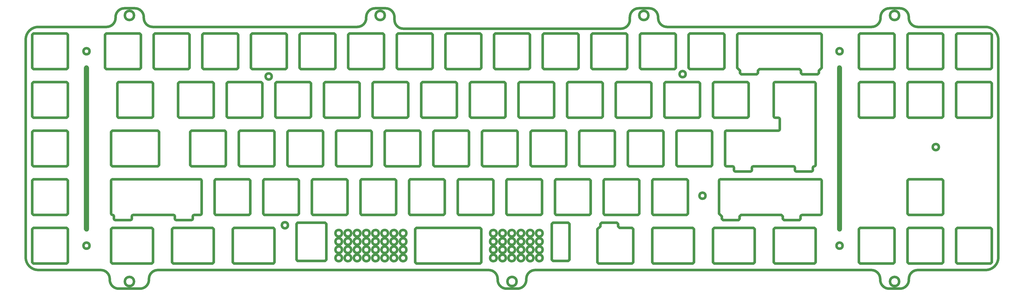
<source format=gbr>
%TF.GenerationSoftware,KiCad,Pcbnew,7.0.5*%
%TF.CreationDate,2023-07-12T22:14:23+02:00*%
%TF.ProjectId,Foundation_Universal,466f756e-6461-4746-996f-6e5f556e6976,rev?*%
%TF.SameCoordinates,Original*%
%TF.FileFunction,Soldermask,Bot*%
%TF.FilePolarity,Negative*%
%FSLAX46Y46*%
G04 Gerber Fmt 4.6, Leading zero omitted, Abs format (unit mm)*
G04 Created by KiCad (PCBNEW 7.0.5) date 2023-07-12 22:14:23*
%MOMM*%
%LPD*%
G01*
G04 APERTURE LIST*
%ADD10C,1.000000*%
G04 APERTURE END LIST*
D10*
X197368615Y144120000D02*
G75*
G03*
X197368615Y144120000I-1800000J0D01*
G01*
X197368615Y39820000D02*
G75*
G03*
X197368615Y39820000I-1800000J0D01*
G01*
X99137055Y144120000D02*
G75*
G03*
X99137055Y144120000I-1800000J0D01*
G01*
X-48427225Y120193213D02*
G75*
G03*
X-48427225Y120193213I-1200000J0D01*
G01*
X-42065200Y61878919D02*
G75*
G03*
X-42065200Y61878919I-1200000J0D01*
G01*
X121518040Y73446302D02*
G75*
G03*
X121518040Y73446302I-1200000J0D01*
G01*
X113730473Y121101496D02*
G75*
G03*
X113730473Y121101496I-1200000J0D01*
G01*
X46880300Y49057357D02*
G75*
G03*
X46880300Y49057357I-1287763J0D01*
G01*
X57691518Y52281755D02*
G75*
G03*
X57691518Y52281755I-1287763J0D01*
G01*
X43286543Y52281755D02*
G75*
G03*
X43286543Y52281755I-1287763J0D01*
G01*
X46880300Y55506153D02*
G75*
G03*
X46880300Y55506153I-1287763J0D01*
G01*
X57691518Y58740534D02*
G75*
G03*
X57691518Y58740534I-1287763J0D01*
G01*
X43286543Y58740534D02*
G75*
G03*
X43286543Y58740534I-1287763J0D01*
G01*
X-13694465Y49057357D02*
G75*
G03*
X-13694465Y49057357I-1287763J0D01*
G01*
X720492Y49057357D02*
G75*
G03*
X720492Y49057357I-1287763J0D01*
G01*
X-2883248Y52281755D02*
G75*
G03*
X-2883248Y52281755I-1287762J0D01*
G01*
X-17298205Y52281755D02*
G75*
G03*
X-17298205Y52281755I-1287763J0D01*
G01*
X-13694465Y55506153D02*
G75*
G03*
X-13694465Y55506153I-1287763J0D01*
G01*
X720492Y55506153D02*
G75*
G03*
X720492Y55506153I-1287763J0D01*
G01*
X-2883248Y58740534D02*
G75*
G03*
X-2883248Y58740534I-1287762J0D01*
G01*
X-17298205Y58740534D02*
G75*
G03*
X-17298205Y58740534I-1287763J0D01*
G01*
X-13694465Y58740534D02*
G75*
G03*
X-13694465Y58740534I-1287763J0D01*
G01*
X720492Y58740534D02*
G75*
G03*
X720492Y58740534I-1287763J0D01*
G01*
X-2883248Y55506153D02*
G75*
G03*
X-2883248Y55506153I-1287762J0D01*
G01*
X-17298205Y55506153D02*
G75*
G03*
X-17298205Y55506153I-1287763J0D01*
G01*
X-13694465Y52281755D02*
G75*
G03*
X-13694465Y52281755I-1287763J0D01*
G01*
X720492Y52281755D02*
G75*
G03*
X720492Y52281755I-1287763J0D01*
G01*
X-2883248Y49057357D02*
G75*
G03*
X-2883248Y49057357I-1287762J0D01*
G01*
X-17298205Y49057357D02*
G75*
G03*
X-17298205Y49057357I-1287763J0D01*
G01*
X46880300Y58740534D02*
G75*
G03*
X46880300Y58740534I-1287763J0D01*
G01*
X57691518Y55506153D02*
G75*
G03*
X57691518Y55506153I-1287763J0D01*
G01*
X43286543Y55506153D02*
G75*
G03*
X43286543Y55506153I-1287763J0D01*
G01*
X46880300Y52281755D02*
G75*
G03*
X46880300Y52281755I-1287763J0D01*
G01*
X57691518Y49057357D02*
G75*
G03*
X57691518Y49057357I-1287763J0D01*
G01*
X43286543Y49057357D02*
G75*
G03*
X43286543Y49057357I-1287763J0D01*
G01*
X50484039Y49057357D02*
G75*
G03*
X50484039Y49057357I-1287763J0D01*
G01*
X54087778Y52281755D02*
G75*
G03*
X54087778Y52281755I-1287762J0D01*
G01*
X39682804Y52281755D02*
G75*
G03*
X39682804Y52281755I-1287763J0D01*
G01*
X50484039Y55506153D02*
G75*
G03*
X50484039Y55506153I-1287763J0D01*
G01*
X54087778Y58740534D02*
G75*
G03*
X54087778Y58740534I-1287762J0D01*
G01*
X39682804Y58740534D02*
G75*
G03*
X39682804Y58740534I-1287763J0D01*
G01*
X-10090726Y49057357D02*
G75*
G03*
X-10090726Y49057357I-1287763J0D01*
G01*
X4324231Y49057357D02*
G75*
G03*
X4324231Y49057357I-1287763J0D01*
G01*
X-6486987Y52281755D02*
G75*
G03*
X-6486987Y52281755I-1287763J0D01*
G01*
X-20901944Y52281755D02*
G75*
G03*
X-20901944Y52281755I-1287763J0D01*
G01*
X-10090726Y55506153D02*
G75*
G03*
X-10090726Y55506153I-1287763J0D01*
G01*
X4324231Y55506153D02*
G75*
G03*
X4324231Y55506153I-1287763J0D01*
G01*
X-6486987Y58740534D02*
G75*
G03*
X-6486987Y58740534I-1287763J0D01*
G01*
X-20901944Y58740534D02*
G75*
G03*
X-20901944Y58740534I-1287763J0D01*
G01*
X-10090726Y58740534D02*
G75*
G03*
X-10090726Y58740534I-1287763J0D01*
G01*
X4324231Y58740534D02*
G75*
G03*
X4324231Y58740534I-1287763J0D01*
G01*
X-6486987Y55506153D02*
G75*
G03*
X-6486987Y55506153I-1287763J0D01*
G01*
X-20901944Y55506153D02*
G75*
G03*
X-20901944Y55506153I-1287763J0D01*
G01*
X-10090726Y52281755D02*
G75*
G03*
X-10090726Y52281755I-1287763J0D01*
G01*
X4324231Y52281755D02*
G75*
G03*
X4324231Y52281755I-1287763J0D01*
G01*
X-6486987Y49057357D02*
G75*
G03*
X-6486987Y49057357I-1287763J0D01*
G01*
X-20901944Y49057357D02*
G75*
G03*
X-20901944Y49057357I-1287763J0D01*
G01*
X50484039Y58740534D02*
G75*
G03*
X50484039Y58740534I-1287763J0D01*
G01*
X54087778Y55506153D02*
G75*
G03*
X54087778Y55506153I-1287762J0D01*
G01*
X39682804Y55506153D02*
G75*
G03*
X39682804Y55506153I-1287763J0D01*
G01*
X50484039Y52281755D02*
G75*
G03*
X50484039Y52281755I-1287763J0D01*
G01*
X54087778Y49057357D02*
G75*
G03*
X54087778Y49057357I-1287762J0D01*
G01*
X39682804Y49057357D02*
G75*
G03*
X39682804Y49057357I-1287763J0D01*
G01*
X212918930Y92513390D02*
G75*
G03*
X212918930Y92513390I-1200000J0D01*
G01*
X175207500Y130070000D02*
G75*
G03*
X175207500Y130070000I-1200000J0D01*
G01*
X175207500Y53870001D02*
G75*
G03*
X175207500Y53870001I-1200000J0D01*
G01*
X-119792500Y130070000D02*
G75*
G03*
X-119792500Y130070000I-1200000J0D01*
G01*
X-119792500Y53870001D02*
G75*
G03*
X-119792500Y53870001I-1200000J0D01*
G01*
X-102378615Y144120000D02*
G75*
G03*
X-102378615Y144120000I-1800000J0D01*
G01*
X47495000Y39820000D02*
G75*
G03*
X47495000Y39820000I-1800000J0D01*
G01*
X-102378615Y39820000D02*
G75*
G03*
X-102378615Y39820000I-1800000J0D01*
G01*
X-4147055Y144120000D02*
G75*
G03*
X-4147055Y144120000I-1800000J0D01*
G01*
X-110736740Y65920009D02*
X-110823753Y65920009D01*
X-111323753Y66420009D02*
G75*
G03*
X-110823753Y65920009I500000J0D01*
G01*
X-111323753Y66420009D02*
X-111323750Y79420000D01*
X-110823750Y79920000D02*
G75*
G03*
X-111323750Y79420000I0J-500000D01*
G01*
X-110823750Y79920000D02*
X-76392500Y79920000D01*
X-75892500Y79420000D02*
G75*
G03*
X-76392500Y79920000I-500001J-1D01*
G01*
X-75892500Y79420000D02*
X-75892500Y66420000D01*
X-76392500Y65920000D02*
G75*
G03*
X-75892500Y66420000I-1J500001D01*
G01*
X-76392500Y65920000D02*
X-78860739Y65920000D01*
X-78860739Y65920000D02*
G75*
G03*
X-79360739Y65420000I1J-500001D01*
G01*
X-79360739Y65420000D02*
X-79360739Y64419989D01*
X-79860739Y63919989D02*
G75*
G03*
X-79360739Y64419989I-1J500001D01*
G01*
X-79860739Y63919989D02*
X-85860742Y63919989D01*
X-86360742Y64419989D02*
G75*
G03*
X-85860742Y63919989I500000J0D01*
G01*
X-86360742Y64419989D02*
X-86360742Y65420000D01*
X-86360742Y65420000D02*
G75*
G03*
X-86860742Y65919997I-500000J-3D01*
G01*
X-86860742Y65919997D02*
X-102736736Y65920000D01*
X-102736736Y65920000D02*
G75*
G03*
X-103236736Y65420000I0J-500000D01*
G01*
X-103236736Y65420000D02*
X-103236736Y64419989D01*
X-103736736Y63919989D02*
G75*
G03*
X-103236736Y64419989I-1J500001D01*
G01*
X-103736736Y63919989D02*
X-109736740Y63919989D01*
X-110236740Y64419989D02*
G75*
G03*
X-109736740Y63919989I500001J1D01*
G01*
X-110236740Y64419989D02*
X-110236740Y65420009D01*
X-110236740Y65420009D02*
G75*
G03*
X-110736740Y65920009I-499998J2D01*
G01*
X-14917836Y139620001D02*
G75*
G03*
X-11417836Y143120000I-3J3500003D01*
G01*
X-14917836Y139620000D02*
X-95049455Y139620000D01*
X-98549455Y143120000D02*
G75*
G03*
X-95049455Y139620000I3499999J-1D01*
G01*
X-98549455Y143120000D02*
X-98549455Y143495166D01*
X-98549455Y143495166D02*
G75*
G03*
X-102048648Y146920000I-3499192J-75165D01*
G01*
X-102048648Y146920000D02*
X-106118840Y146920000D01*
X-106118840Y146920000D02*
G75*
G03*
X-109618840Y143420000I-1J-3499999D01*
G01*
X-109618840Y143420000D02*
X-109618840Y143120000D01*
X-113118840Y139620000D02*
G75*
G03*
X-109618840Y143120000I1J3499999D01*
G01*
X-113118840Y139620000D02*
X-139830000Y139620000D01*
X-139830000Y139620000D02*
G75*
G03*
X-144830000Y134620000I0J-5000000D01*
G01*
X-144830000Y134620000D02*
X-144830000Y49320000D01*
X-144830000Y49320000D02*
G75*
G03*
X-139830000Y44320000I5000000J0D01*
G01*
X-139830000Y44320000D02*
X-115386789Y44320000D01*
X-111886789Y40820000D02*
G75*
G03*
X-115386789Y44320000I-3499999J1D01*
G01*
X-111886789Y40820000D02*
X-111886789Y40520000D01*
X-111886789Y40520000D02*
G75*
G03*
X-108386789Y37020000I3499999J-1D01*
G01*
X-108386789Y37020000D02*
X-100034624Y37020000D01*
X-100034624Y37020000D02*
G75*
G03*
X-96534679Y40500606I-1J3500000D01*
G01*
X-96534678Y40500606D02*
X-96534678Y40820000D01*
X-93034678Y44320000D02*
G75*
G03*
X-96534678Y40820000I-1J-3499999D01*
G01*
X-93034678Y44320000D02*
X36568613Y44320000D01*
X40068617Y40820000D02*
G75*
G03*
X36568613Y44320000I-3500006J-6D01*
G01*
X40068613Y40820000D02*
X40068613Y40444766D01*
X40068599Y40444766D02*
G75*
G03*
X43564647Y37020001I3497912J73928D01*
G01*
X43564647Y37020001D02*
X47793907Y37020000D01*
X47793907Y37019998D02*
G75*
G03*
X51293907Y40520000I4J3499996D01*
G01*
X51293907Y40520000D02*
X51293907Y40820000D01*
X54793907Y44319998D02*
G75*
G03*
X51293907Y40820000I4J-3500004D01*
G01*
X54793907Y44320000D02*
X186430610Y44320000D01*
X189929813Y40895000D02*
G75*
G03*
X186430610Y44320000I-3499202J-75006D01*
G01*
X189929806Y40895000D02*
X189939451Y40445000D01*
X189939421Y40444999D02*
G75*
G03*
X193438647Y37020000I3499190J74995D01*
G01*
X193438647Y37020000D02*
X197667907Y37020000D01*
X197667907Y37019998D02*
G75*
G03*
X201167907Y40520000I4J3499996D01*
G01*
X201167907Y40520000D02*
X201167907Y40820000D01*
X204667907Y44319998D02*
G75*
G03*
X201167907Y40820000I4J-3500004D01*
G01*
X204667907Y44320000D02*
X231220000Y44320000D01*
X231220000Y44320005D02*
G75*
G03*
X236220000Y49320000I11J4999989D01*
G01*
X236220000Y49320000D02*
X236220000Y134620000D01*
X236220017Y134620000D02*
G75*
G03*
X231220000Y139620000I-5000006J-6D01*
G01*
X231220000Y139620000D02*
X204635856Y139620000D01*
X201135817Y143120000D02*
G75*
G03*
X204635856Y139620000I3499994J-6D01*
G01*
X201135856Y143120000D02*
X201135856Y143420000D01*
X201135817Y143420000D02*
G75*
G03*
X197635856Y146920000I-3500006J-6D01*
G01*
X197635856Y146920000D02*
X193565664Y146920000D01*
X193565664Y146920040D02*
G75*
G03*
X190066469Y143495000I47J-3500046D01*
G01*
X190066468Y143495000D02*
X190066468Y143120000D01*
X186566468Y139620037D02*
G75*
G03*
X190066468Y143120000I43J3499957D01*
G01*
X186566468Y139620000D02*
X106434856Y139620000D01*
X102934817Y143120000D02*
G75*
G03*
X106434856Y139620000I3499994J-6D01*
G01*
X102934856Y143120000D02*
X102934856Y143495000D01*
X102934813Y143494999D02*
G75*
G03*
X99435660Y146920000I-3499202J-75005D01*
G01*
X99435660Y146920000D02*
X95365467Y146920000D01*
X95365467Y146920038D02*
G75*
G03*
X91865467Y143420000I44J-3500044D01*
G01*
X91865467Y143420000D02*
X91865467Y142420000D01*
X88365467Y138920038D02*
G75*
G03*
X91865467Y142420000I44J3499956D01*
G01*
X88365467Y138920000D02*
X3151549Y138920000D01*
X-348483Y142420000D02*
G75*
G03*
X3151549Y138920000I3499994J-6D01*
G01*
X-348451Y142420000D02*
X-348451Y143420000D01*
X-348483Y143420000D02*
G75*
G03*
X-3848451Y146920000I-3500006J-6D01*
G01*
X-3848451Y146920000D02*
X-7918643Y146920000D01*
X-7918643Y146919948D02*
G75*
G03*
X-11417836Y143495166I-46J-3499954D01*
G01*
X-11417836Y143495166D02*
X-11417836Y143120000D01*
X81557500Y66420000D02*
X81557500Y79420000D01*
X81557500Y79420000D02*
X82057500Y79920000D01*
X82057500Y79920000D02*
X95057500Y79920000D01*
X95057500Y79920000D02*
X95557500Y79420000D01*
X95557500Y79420000D02*
X95557500Y66420000D01*
X95557500Y66420000D02*
X95057500Y65920000D01*
X95057500Y65920000D02*
X82057500Y65920000D01*
X82057500Y65920000D02*
X81557500Y66420000D01*
X100607500Y66420000D02*
X100607500Y79420000D01*
X100607500Y79420000D02*
X101107500Y79920000D01*
X101107500Y79920000D02*
X114107500Y79920000D01*
X114107500Y79920000D02*
X114607500Y79420000D01*
X114607500Y79420000D02*
X114607500Y66420000D01*
X114607500Y66420000D02*
X114107500Y65920000D01*
X114107500Y65920000D02*
X101107500Y65920000D01*
X101107500Y65920000D02*
X100607500Y66420000D01*
X62507500Y66420000D02*
X62507500Y79420000D01*
X62507500Y79420000D02*
X63007500Y79920000D01*
X63007500Y79920000D02*
X76007500Y79920000D01*
X76007500Y79920000D02*
X76507500Y79420000D01*
X76507500Y79420000D02*
X76507500Y66420000D01*
X76507500Y66420000D02*
X76007500Y65920000D01*
X76007500Y65920000D02*
X63007500Y65920000D01*
X63007500Y65920000D02*
X62507500Y66420000D01*
X24407500Y66420000D02*
X24407500Y79420000D01*
X24407500Y79420000D02*
X24907500Y79920000D01*
X24907500Y79920000D02*
X37907500Y79920000D01*
X37907500Y79920000D02*
X38407500Y79420000D01*
X38407500Y79420000D02*
X38407500Y66420000D01*
X38407500Y66420000D02*
X37907500Y65920000D01*
X37907500Y65920000D02*
X24907500Y65920000D01*
X24907500Y65920000D02*
X24407500Y66420000D01*
X43457500Y66420000D02*
X43457500Y79420000D01*
X43457500Y79420000D02*
X43957500Y79920000D01*
X43957500Y79920000D02*
X56957500Y79920000D01*
X56957500Y79920000D02*
X57457500Y79420000D01*
X57457500Y79420000D02*
X57457500Y66420000D01*
X57457500Y66420000D02*
X56957500Y65920000D01*
X56957500Y65920000D02*
X43957500Y65920000D01*
X43957500Y65920000D02*
X43457500Y66420000D01*
X5357500Y66420000D02*
X5357500Y79420000D01*
X5357500Y79420000D02*
X5857500Y79920000D01*
X5857500Y79920000D02*
X18857500Y79920000D01*
X18857500Y79920000D02*
X19357500Y79420000D01*
X19357500Y79420000D02*
X19357500Y66420000D01*
X19357500Y66420000D02*
X18857500Y65920000D01*
X18857500Y65920000D02*
X5857500Y65920000D01*
X5857500Y65920000D02*
X5357500Y66420000D01*
X-13692500Y66420000D02*
X-13692500Y79420000D01*
X-13692500Y79420000D02*
X-13192500Y79920000D01*
X-13192500Y79920000D02*
X-192500Y79920000D01*
X-192500Y79920000D02*
X307500Y79420000D01*
X307500Y79420000D02*
X307500Y66420000D01*
X307500Y66420000D02*
X-192500Y65920000D01*
X-192500Y65920000D02*
X-13192500Y65920000D01*
X-13192500Y65920000D02*
X-13692500Y66420000D01*
X-51792500Y66420000D02*
X-51792500Y79420000D01*
X-51792500Y79420000D02*
X-51292500Y79920000D01*
X-51292500Y79920000D02*
X-38292500Y79920000D01*
X-38292500Y79920000D02*
X-37792500Y79420000D01*
X-37792500Y79420000D02*
X-37792500Y66420000D01*
X-37792500Y66420000D02*
X-38292500Y65920000D01*
X-38292500Y65920000D02*
X-51292500Y65920000D01*
X-51292500Y65920000D02*
X-51792500Y66420000D01*
X110132500Y85470000D02*
X110132500Y98470000D01*
X110132500Y98470000D02*
X110632500Y98970000D01*
X110632500Y98970000D02*
X123632500Y98970000D01*
X123632500Y98970000D02*
X124132500Y98470000D01*
X124132500Y98470000D02*
X124132500Y85470000D01*
X124132500Y85470000D02*
X123632500Y84970000D01*
X123632500Y84970000D02*
X110632500Y84970000D01*
X110632500Y84970000D02*
X110132500Y85470000D01*
X91082500Y85470000D02*
X91082500Y98470000D01*
X91082500Y98470000D02*
X91582500Y98970000D01*
X91582500Y98970000D02*
X104582500Y98970000D01*
X104582500Y98970000D02*
X105082500Y98470000D01*
X105082500Y98470000D02*
X105082500Y85470000D01*
X105082500Y85470000D02*
X104582500Y84970000D01*
X104582500Y84970000D02*
X91582500Y84970000D01*
X91582500Y84970000D02*
X91082500Y85470000D01*
X-32742500Y66420000D02*
X-32742500Y79420000D01*
X-32742500Y79420000D02*
X-32242500Y79920000D01*
X-32242500Y79920000D02*
X-19242500Y79920000D01*
X-19242500Y79920000D02*
X-18742500Y79420000D01*
X-18742500Y79420000D02*
X-18742500Y66420000D01*
X-18742500Y66420000D02*
X-19242500Y65920000D01*
X-19242500Y65920000D02*
X-32242500Y65920000D01*
X-32242500Y65920000D02*
X-32742500Y66420000D01*
X72032500Y85470000D02*
X72032500Y98470000D01*
X72032500Y98470000D02*
X72532500Y98970000D01*
X72532500Y98970000D02*
X85532500Y98970000D01*
X85532500Y98970000D02*
X86032500Y98470000D01*
X86032500Y98470000D02*
X86032500Y85470000D01*
X86032500Y85470000D02*
X85532500Y84970000D01*
X85532500Y84970000D02*
X72532500Y84970000D01*
X72532500Y84970000D02*
X72032500Y85470000D01*
X67270000Y104520000D02*
X67270000Y117520000D01*
X67270000Y117520000D02*
X67770000Y118020000D01*
X67770000Y118020000D02*
X80770000Y118020000D01*
X80770000Y118020000D02*
X81270000Y117520000D01*
X81270000Y117520000D02*
X81270000Y104520000D01*
X81270000Y104520000D02*
X80770000Y104020000D01*
X80770000Y104020000D02*
X67770000Y104020000D01*
X67770000Y104020000D02*
X67270000Y104520000D01*
X105370000Y104520000D02*
X105370000Y117520000D01*
X105370000Y117520000D02*
X105870000Y118020000D01*
X105870000Y118020000D02*
X118870000Y118020000D01*
X118870000Y118020000D02*
X119370000Y117520000D01*
X119370000Y117520000D02*
X119370000Y104520000D01*
X119370000Y104520000D02*
X118870000Y104020000D01*
X118870000Y104020000D02*
X105870000Y104020000D01*
X105870000Y104020000D02*
X105370000Y104520000D01*
X33932500Y85470000D02*
X33932500Y98470000D01*
X33932500Y98470000D02*
X34432500Y98970000D01*
X34432500Y98970000D02*
X47432500Y98970000D01*
X47432500Y98970000D02*
X47932500Y98470000D01*
X47932500Y98470000D02*
X47932500Y85470000D01*
X47932500Y85470000D02*
X47432500Y84970000D01*
X47432500Y84970000D02*
X34432500Y84970000D01*
X34432500Y84970000D02*
X33932500Y85470000D01*
X14882500Y85470000D02*
X14882500Y98470000D01*
X14882500Y98470000D02*
X15382500Y98970000D01*
X15382500Y98970000D02*
X28382500Y98970000D01*
X28382500Y98970000D02*
X28882500Y98470000D01*
X28882500Y98470000D02*
X28882500Y85470000D01*
X28882500Y85470000D02*
X28382500Y84970000D01*
X28382500Y84970000D02*
X15382500Y84970000D01*
X15382500Y84970000D02*
X14882500Y85470000D01*
X-42267500Y85470000D02*
X-42267500Y98470000D01*
X-42267500Y98470000D02*
X-41767500Y98970000D01*
X-41767500Y98970000D02*
X-28767500Y98970000D01*
X-28767500Y98970000D02*
X-28267500Y98470000D01*
X-28267500Y98470000D02*
X-28267500Y85470000D01*
X-28267500Y85470000D02*
X-28767500Y84970000D01*
X-28767500Y84970000D02*
X-41767500Y84970000D01*
X-41767500Y84970000D02*
X-42267500Y85470000D01*
X52982500Y85470000D02*
X52982500Y98470000D01*
X52982500Y98470000D02*
X53482500Y98970000D01*
X53482500Y98970000D02*
X66482500Y98970000D01*
X66482500Y98970000D02*
X66982500Y98470000D01*
X66982500Y98470000D02*
X66982500Y85470000D01*
X66982500Y85470000D02*
X66482500Y84970000D01*
X66482500Y84970000D02*
X53482500Y84970000D01*
X53482500Y84970000D02*
X52982500Y85470000D01*
X-4167500Y85470000D02*
X-4167500Y98470000D01*
X-4167500Y98470000D02*
X-3667500Y98970000D01*
X-3667500Y98970000D02*
X9332500Y98970000D01*
X9332500Y98970000D02*
X9832500Y98470000D01*
X9832500Y98470000D02*
X9832500Y85470000D01*
X9832500Y85470000D02*
X9332500Y84970000D01*
X9332500Y84970000D02*
X-3667500Y84970000D01*
X-3667500Y84970000D02*
X-4167500Y85470000D01*
X-23217500Y85470000D02*
X-23217500Y98470000D01*
X-23217500Y98470000D02*
X-22717500Y98970000D01*
X-22717500Y98970000D02*
X-9717500Y98970000D01*
X-9717500Y98970000D02*
X-9217500Y98470000D01*
X-9217500Y98470000D02*
X-9217500Y85470000D01*
X-9217500Y85470000D02*
X-9717500Y84970000D01*
X-9717500Y84970000D02*
X-22717500Y84970000D01*
X-22717500Y84970000D02*
X-23217500Y85470000D01*
X48220000Y104520000D02*
X48220000Y117520000D01*
X48220000Y117520000D02*
X48720000Y118020000D01*
X48720000Y118020000D02*
X61720000Y118020000D01*
X61720000Y118020000D02*
X62220000Y117520000D01*
X62220000Y117520000D02*
X62220000Y104520000D01*
X62220000Y104520000D02*
X61720000Y104020000D01*
X61720000Y104020000D02*
X48720000Y104020000D01*
X48720000Y104020000D02*
X48220000Y104520000D01*
X86320000Y104520000D02*
X86320000Y117520000D01*
X86320000Y117520000D02*
X86820000Y118020000D01*
X86820000Y118020000D02*
X99820000Y118020000D01*
X99820000Y118020000D02*
X100320000Y117520000D01*
X100320000Y117520000D02*
X100320000Y104520000D01*
X100320000Y104520000D02*
X99820000Y104020000D01*
X99820000Y104020000D02*
X86820000Y104020000D01*
X86820000Y104020000D02*
X86320000Y104520000D01*
X-27980000Y104520000D02*
X-27980000Y117520000D01*
X-27980000Y117520000D02*
X-27480000Y118020000D01*
X-27480000Y118020000D02*
X-14480000Y118020000D01*
X-14480000Y118020000D02*
X-13980000Y117520000D01*
X-13980000Y117520000D02*
X-13980000Y104520000D01*
X-13980000Y104520000D02*
X-14480000Y104020000D01*
X-14480000Y104020000D02*
X-27480000Y104020000D01*
X-27480000Y104020000D02*
X-27980000Y104520000D01*
X29170000Y104520000D02*
X29170000Y117520000D01*
X29170000Y117520000D02*
X29670000Y118020000D01*
X29670000Y118020000D02*
X42670000Y118020000D01*
X42670000Y118020000D02*
X43170000Y117520000D01*
X43170000Y117520000D02*
X43170000Y104520000D01*
X43170000Y104520000D02*
X42670000Y104020000D01*
X42670000Y104020000D02*
X29670000Y104020000D01*
X29670000Y104020000D02*
X29170000Y104520000D01*
X-8930000Y104520000D02*
X-8930000Y117520000D01*
X-8930000Y117520000D02*
X-8430000Y118020000D01*
X-8430000Y118020000D02*
X4570000Y118020000D01*
X4570000Y118020000D02*
X5070000Y117520000D01*
X5070000Y117520000D02*
X5070000Y104520000D01*
X5070000Y104520000D02*
X4570000Y104020000D01*
X4570000Y104020000D02*
X-8430000Y104020000D01*
X-8430000Y104020000D02*
X-8930000Y104520000D01*
X10120000Y104520000D02*
X10120000Y117520000D01*
X10120000Y117520000D02*
X10620000Y118020000D01*
X10620000Y118020000D02*
X23620000Y118020000D01*
X23620000Y118020000D02*
X24120000Y117520000D01*
X24120000Y117520000D02*
X24120000Y104520000D01*
X24120000Y104520000D02*
X23620000Y104020000D01*
X23620000Y104020000D02*
X10620000Y104020000D01*
X10620000Y104020000D02*
X10120000Y104520000D01*
X-47030000Y104520000D02*
X-47030000Y117520000D01*
X-47030000Y117520000D02*
X-46530000Y118020000D01*
X-46530000Y118020000D02*
X-33530000Y118020000D01*
X-33530000Y118020000D02*
X-33030000Y117520000D01*
X-33030000Y117520000D02*
X-33030000Y104520000D01*
X-33030000Y104520000D02*
X-33530000Y104020000D01*
X-33530000Y104020000D02*
X-46530000Y104020000D01*
X-46530000Y104020000D02*
X-47030000Y104520000D01*
X38695000Y123570000D02*
X38695000Y136570000D01*
X38695000Y136570000D02*
X39195000Y137070000D01*
X39195000Y137070000D02*
X52195000Y137070000D01*
X52195000Y137070000D02*
X52695000Y136570000D01*
X52695000Y136570000D02*
X52695000Y123570000D01*
X52695000Y123570000D02*
X52195000Y123070000D01*
X52195000Y123070000D02*
X39195000Y123070000D01*
X39195000Y123070000D02*
X38695000Y123570000D01*
X76795000Y123570000D02*
X76795000Y136570000D01*
X76795000Y136570000D02*
X77295000Y137070000D01*
X77295000Y137070000D02*
X90295000Y137070000D01*
X90295000Y137070000D02*
X90795000Y136570000D01*
X90795000Y136570000D02*
X90795000Y123570000D01*
X90795000Y123570000D02*
X90295000Y123070000D01*
X90295000Y123070000D02*
X77295000Y123070000D01*
X77295000Y123070000D02*
X76795000Y123570000D01*
X19645000Y123570000D02*
X19645000Y136570000D01*
X19645000Y136570000D02*
X20145000Y137070000D01*
X20145000Y137070000D02*
X33145000Y137070000D01*
X33145000Y137070000D02*
X33645000Y136570000D01*
X33645000Y136570000D02*
X33645000Y123570000D01*
X33645000Y123570000D02*
X33145000Y123070000D01*
X33145000Y123070000D02*
X20145000Y123070000D01*
X20145000Y123070000D02*
X19645000Y123570000D01*
X95845000Y123570000D02*
X95845000Y136570000D01*
X95845000Y136570000D02*
X96345000Y137070000D01*
X96345000Y137070000D02*
X109345000Y137070000D01*
X109345000Y137070000D02*
X109845000Y136570000D01*
X109845000Y136570000D02*
X109845000Y123570000D01*
X109845000Y123570000D02*
X109345000Y123070000D01*
X109345000Y123070000D02*
X96345000Y123070000D01*
X96345000Y123070000D02*
X95845000Y123570000D01*
X57745000Y123570000D02*
X57745000Y136570000D01*
X57745000Y136570000D02*
X58245000Y137070000D01*
X58245000Y137070000D02*
X71245000Y137070000D01*
X71245000Y137070000D02*
X71745000Y136570000D01*
X71745000Y136570000D02*
X71745000Y123570000D01*
X71745000Y123570000D02*
X71245000Y123070000D01*
X71245000Y123070000D02*
X58245000Y123070000D01*
X58245000Y123070000D02*
X57745000Y123570000D01*
X-18455000Y123570000D02*
X-18455000Y136570000D01*
X-18455000Y136570000D02*
X-17955000Y137070000D01*
X-17955000Y137070000D02*
X-4955000Y137070000D01*
X-4955000Y137070000D02*
X-4455000Y136570000D01*
X-4455000Y136570000D02*
X-4455000Y123570000D01*
X-4455000Y123570000D02*
X-4955000Y123070000D01*
X-4955000Y123070000D02*
X-17955000Y123070000D01*
X-17955000Y123070000D02*
X-18455000Y123570000D01*
X-37505000Y123570000D02*
X-37505000Y136570000D01*
X-37505000Y136570000D02*
X-37005000Y137070000D01*
X-37005000Y137070000D02*
X-24005000Y137070000D01*
X-24005000Y137070000D02*
X-23505000Y136570000D01*
X-23505000Y136570000D02*
X-23505000Y123570000D01*
X-23505000Y123570000D02*
X-24005000Y123070000D01*
X-24005000Y123070000D02*
X-37005000Y123070000D01*
X-37005000Y123070000D02*
X-37505000Y123570000D01*
X595000Y123570000D02*
X595000Y136570000D01*
X595000Y136570000D02*
X1095000Y137070000D01*
X1095000Y137070000D02*
X14095000Y137070000D01*
X14095000Y137070000D02*
X14595000Y136570000D01*
X14595000Y136570000D02*
X14595000Y123570000D01*
X14595000Y123570000D02*
X14095000Y123070000D01*
X14095000Y123070000D02*
X1095000Y123070000D01*
X1095000Y123070000D02*
X595000Y123570000D01*
X7738750Y47370000D02*
X7738750Y60370000D01*
X7738750Y60370000D02*
X8238750Y60870000D01*
X8238750Y60870000D02*
X33145000Y60870000D01*
X33145000Y60870000D02*
X33645000Y60370000D01*
X33645000Y60370000D02*
X33645000Y47370000D01*
X33645000Y47370000D02*
X33145000Y46870000D01*
X33145000Y46870000D02*
X8238750Y46870000D01*
X8238750Y46870000D02*
X7738750Y47370000D01*
X100607500Y47370000D02*
X100607500Y60370000D01*
X100607500Y60370000D02*
X101107500Y60870000D01*
X101107500Y60870000D02*
X116488750Y60870000D01*
X116488750Y60870000D02*
X116988750Y60370000D01*
X116988750Y60370000D02*
X116988750Y47370000D01*
X116988750Y47370000D02*
X116488750Y46870000D01*
X116488750Y46870000D02*
X101107500Y46870000D01*
X101107500Y46870000D02*
X100607500Y47370000D01*
X-38761250Y48370000D02*
X-38761250Y62370000D01*
X-38761250Y62370000D02*
X-38261250Y62870000D01*
X-38261250Y62870000D02*
X-27505000Y62870000D01*
X-27505000Y62870000D02*
X-27005000Y62370000D01*
X-27005000Y62370000D02*
X-27005000Y48370000D01*
X-27005000Y48370000D02*
X-27505000Y47870000D01*
X-27505000Y47870000D02*
X-38261250Y47870000D01*
X-38261250Y47870000D02*
X-38761250Y48370000D01*
X61238750Y48370000D02*
X61238750Y62370000D01*
X61238750Y62370000D02*
X61738750Y62870000D01*
X61738750Y62870000D02*
X67738750Y62870000D01*
X67738750Y62870000D02*
X68238750Y62370000D01*
X68238750Y62370000D02*
X68238750Y48370000D01*
X68238750Y48370000D02*
X67738750Y47870000D01*
X67738750Y47870000D02*
X61738750Y47870000D01*
X61738750Y47870000D02*
X61238750Y48370000D01*
X92676241Y46869997D02*
X93176253Y47370009D01*
X92676241Y46869997D02*
X79676259Y46869997D01*
X79176246Y47370009D02*
X79676259Y46869997D01*
X79176246Y47370009D02*
X79176246Y60369991D01*
X79676259Y60870003D02*
X79176246Y60369991D01*
X79676259Y60870003D02*
X79707998Y60870003D01*
X80294998Y61457003D02*
X79707998Y60870003D01*
X80294998Y61457003D02*
X80294998Y62370020D01*
X80794989Y62870011D02*
X80294998Y62370020D01*
X80794989Y62870011D02*
X86794989Y62870011D01*
X87295002Y62369998D02*
X86794989Y62870011D01*
X87295002Y62369998D02*
X87295002Y61457003D01*
X87882002Y60870003D02*
X87295002Y61457003D01*
X87882002Y60870003D02*
X92676241Y60870003D01*
X93176253Y60369991D02*
X92676241Y60870003D01*
X93176253Y60369991D02*
X93176253Y47370009D01*
X140801250Y60370000D02*
X140301250Y60870000D01*
X140801250Y60370000D02*
X140801250Y47370000D01*
X140301250Y46870000D02*
X140801250Y47370000D01*
X140301250Y46870000D02*
X124920000Y46870000D01*
X124420000Y47370000D02*
X124920000Y46870000D01*
X124420000Y47370000D02*
X124420000Y60370000D01*
X124920000Y60870000D02*
X124420000Y60370000D01*
X124920000Y60870000D02*
X140301250Y60870000D01*
X200620000Y66420000D02*
X200620000Y79420000D01*
X200620000Y79420000D02*
X201120000Y79920000D01*
X201120000Y79920000D02*
X214120000Y79920000D01*
X214120000Y79920000D02*
X214620000Y79420000D01*
X214620000Y79420000D02*
X214620000Y66420000D01*
X214620000Y66420000D02*
X214120000Y65920000D01*
X214120000Y65920000D02*
X201120000Y65920000D01*
X201120000Y65920000D02*
X200620000Y66420000D01*
X219670000Y47370000D02*
X219670000Y60370000D01*
X219670000Y60370000D02*
X220170000Y60870000D01*
X220170000Y60870000D02*
X233170000Y60870000D01*
X233170000Y60870000D02*
X233670000Y60370000D01*
X233670000Y60370000D02*
X233670000Y47370000D01*
X233670000Y47370000D02*
X233170000Y46870000D01*
X233170000Y46870000D02*
X220170000Y46870000D01*
X220170000Y46870000D02*
X219670000Y47370000D01*
X200620000Y47370000D02*
X200620000Y60370000D01*
X200620000Y60370000D02*
X201120000Y60870000D01*
X201120000Y60870000D02*
X214120000Y60870000D01*
X214120000Y60870000D02*
X214620000Y60370000D01*
X214620000Y60370000D02*
X214620000Y47370000D01*
X214620000Y47370000D02*
X214120000Y46870000D01*
X214120000Y46870000D02*
X201120000Y46870000D01*
X201120000Y46870000D02*
X200620000Y47370000D01*
X181570000Y47370000D02*
X181570000Y60370000D01*
X181570000Y60370000D02*
X182070000Y60870000D01*
X182070000Y60870000D02*
X195070000Y60870000D01*
X195070000Y60870000D02*
X195570000Y60370000D01*
X195570000Y60370000D02*
X195570000Y47370000D01*
X195570000Y47370000D02*
X195070000Y46870000D01*
X195070000Y46870000D02*
X182070000Y46870000D01*
X182070000Y46870000D02*
X181570000Y47370000D01*
X219670000Y104520000D02*
X219670000Y117520000D01*
X219670000Y117520000D02*
X220170000Y118020000D01*
X220170000Y118020000D02*
X233170000Y118020000D01*
X233170000Y118020000D02*
X233670000Y117520000D01*
X233670000Y117520000D02*
X233670000Y104520000D01*
X233670000Y104520000D02*
X233170000Y104020000D01*
X233170000Y104020000D02*
X220170000Y104020000D01*
X220170000Y104020000D02*
X219670000Y104520000D01*
X181570000Y104520000D02*
X181570000Y117520000D01*
X181570000Y117520000D02*
X182070000Y118020000D01*
X182070000Y118020000D02*
X195070000Y118020000D01*
X195070000Y118020000D02*
X195570000Y117520000D01*
X195570000Y117520000D02*
X195570000Y104520000D01*
X195570000Y104520000D02*
X195070000Y104020000D01*
X195070000Y104020000D02*
X182070000Y104020000D01*
X182070000Y104020000D02*
X181570000Y104520000D01*
X200620000Y104520000D02*
X200620000Y117520000D01*
X200620000Y117520000D02*
X201120000Y118020000D01*
X201120000Y118020000D02*
X214120000Y118020000D01*
X214120000Y118020000D02*
X214620000Y117520000D01*
X214620000Y117520000D02*
X214620000Y104520000D01*
X214620000Y104520000D02*
X214120000Y104020000D01*
X214120000Y104020000D02*
X201120000Y104020000D01*
X201120000Y104020000D02*
X200620000Y104520000D01*
X219670000Y123570000D02*
X219670000Y136570000D01*
X219670000Y136570000D02*
X220170000Y137070000D01*
X220170000Y137070000D02*
X233170000Y137070000D01*
X233170000Y137070000D02*
X233670000Y136570000D01*
X233670000Y136570000D02*
X233670000Y123570000D01*
X233670000Y123570000D02*
X233170000Y123070000D01*
X233170000Y123070000D02*
X220170000Y123070000D01*
X220170000Y123070000D02*
X219670000Y123570000D01*
X181570000Y123570000D02*
X181570000Y136570000D01*
X181570000Y136570000D02*
X182070000Y137070000D01*
X182070000Y137070000D02*
X195070000Y137070000D01*
X195070000Y137070000D02*
X195570000Y136570000D01*
X195570000Y136570000D02*
X195570000Y123570000D01*
X195570000Y123570000D02*
X195070000Y123070000D01*
X195070000Y123070000D02*
X182070000Y123070000D01*
X182070000Y123070000D02*
X181570000Y123570000D01*
X200620000Y123570000D02*
X200620000Y136570000D01*
X200620000Y136570000D02*
X201120000Y137070000D01*
X201120000Y137070000D02*
X214120000Y137070000D01*
X214120000Y137070000D02*
X214620000Y136570000D01*
X214620000Y136570000D02*
X214620000Y123570000D01*
X214620000Y123570000D02*
X214120000Y123070000D01*
X214120000Y123070000D02*
X201120000Y123070000D01*
X201120000Y123070000D02*
X200620000Y123570000D01*
X164113750Y46870000D02*
X148732500Y46870000D01*
X148232500Y47370000D02*
X148732500Y46870000D01*
X148232500Y47370000D02*
X148232500Y60370000D01*
X148732500Y60870000D02*
X148232500Y60370000D01*
X148732500Y60870000D02*
X164113750Y60870000D01*
X164613750Y60370000D02*
X164113750Y60870000D01*
X164613750Y60370000D02*
X164613750Y47370000D01*
X164113750Y46870000D02*
X164613750Y47370000D01*
X166494991Y123069997D02*
X166995003Y123570009D01*
X165907989Y122482997D02*
X166494989Y123069997D01*
X165907989Y122482997D02*
X165907989Y121569980D01*
X165407998Y121069989D02*
X165907989Y121569980D01*
X165407998Y121069989D02*
X159408020Y121069989D01*
X158908008Y121570002D02*
X159408020Y121069989D01*
X158908008Y121570002D02*
X158908008Y122482997D01*
X158321008Y123069997D02*
X158908008Y122482997D01*
X158321008Y123069997D02*
X142618992Y123069997D01*
X142031992Y122482997D02*
X142618992Y123069997D01*
X142031992Y122482997D02*
X142031992Y121569980D01*
X141532001Y121069989D02*
X142031992Y121569980D01*
X141532001Y121069989D02*
X135532023Y121069989D01*
X135032010Y121570002D02*
X135532023Y121069989D01*
X135032010Y121570002D02*
X135032010Y122482997D01*
X134445010Y123069997D02*
X135032010Y122482997D01*
X133944996Y123570009D02*
X134445009Y123069997D01*
X133944996Y123570009D02*
X133944996Y136569991D01*
X134445009Y137070003D02*
X133944996Y136569991D01*
X134445009Y137070003D02*
X166494991Y137070003D01*
X166995003Y136569991D02*
X166494991Y137070003D01*
X166995003Y136569991D02*
X166995003Y123570009D01*
X174507500Y123570000D02*
G75*
G03*
X173507500Y123570000I-500000J0D01*
G01*
X174507500Y123570000D02*
X174507500Y60370001D01*
X173507500Y60370001D02*
G75*
G03*
X174507500Y60370001I500000J0D01*
G01*
X173507500Y60370001D02*
X173507500Y123570000D01*
X137920000Y118020000D02*
X138420000Y117520000D01*
X138420000Y117520000D02*
X138420000Y104520000D01*
X138420000Y104520000D02*
X137920000Y104020000D01*
X137920000Y104020000D02*
X124920000Y104020000D01*
X124920000Y104020000D02*
X124420000Y104520000D01*
X124420000Y104520000D02*
X124420000Y117520000D01*
X124420000Y117520000D02*
X124920000Y118020000D01*
X124920000Y118020000D02*
X137920000Y118020000D01*
X128395000Y137070000D02*
X128895000Y136570000D01*
X128895000Y136570000D02*
X128895000Y123570000D01*
X128895000Y123570000D02*
X128395000Y123070000D01*
X128395000Y123070000D02*
X115395000Y123070000D01*
X115395000Y123070000D02*
X114895000Y123570000D01*
X114895000Y123570000D02*
X114895000Y136570000D01*
X114895000Y136570000D02*
X115395000Y137070000D01*
X115395000Y137070000D02*
X128395000Y137070000D01*
X-121492500Y60370001D02*
G75*
G03*
X-120492500Y60370001I500000J0D01*
G01*
X-121492500Y60370001D02*
X-121492500Y123570000D01*
X-120492500Y123570000D02*
G75*
G03*
X-121492500Y123570000I-500000J0D01*
G01*
X-120492500Y123570000D02*
X-120492500Y60370001D01*
X-113705000Y123570000D02*
X-113705000Y136570000D01*
X-113705000Y136570000D02*
X-113205000Y137070000D01*
X-113205000Y137070000D02*
X-100205000Y137070000D01*
X-100205000Y137070000D02*
X-99705000Y136570000D01*
X-99705000Y136570000D02*
X-99705000Y123570000D01*
X-99705000Y123570000D02*
X-100205000Y123070000D01*
X-100205000Y123070000D02*
X-113205000Y123070000D01*
X-113205000Y123070000D02*
X-113705000Y123570000D01*
X-75605000Y123570000D02*
X-75605000Y136570000D01*
X-75605000Y136570000D02*
X-75105000Y137070000D01*
X-75105000Y137070000D02*
X-62105000Y137070000D01*
X-62105000Y137070000D02*
X-61605000Y136570000D01*
X-61605000Y136570000D02*
X-61605000Y123570000D01*
X-61605000Y123570000D02*
X-62105000Y123070000D01*
X-62105000Y123070000D02*
X-75105000Y123070000D01*
X-75105000Y123070000D02*
X-75605000Y123570000D01*
X-94655000Y123570000D02*
X-94655000Y136570000D01*
X-94655000Y136570000D02*
X-94155000Y137070000D01*
X-94155000Y137070000D02*
X-81155000Y137070000D01*
X-81155000Y137070000D02*
X-80655000Y136570000D01*
X-80655000Y136570000D02*
X-80655000Y123570000D01*
X-80655000Y123570000D02*
X-81155000Y123070000D01*
X-81155000Y123070000D02*
X-94155000Y123070000D01*
X-94155000Y123070000D02*
X-94655000Y123570000D01*
X-70842500Y66420000D02*
X-70842500Y79420000D01*
X-70842500Y79420000D02*
X-70342500Y79920000D01*
X-70342500Y79920000D02*
X-57342500Y79920000D01*
X-57342500Y79920000D02*
X-56842500Y79420000D01*
X-56842500Y79420000D02*
X-56842500Y66420000D01*
X-56842500Y66420000D02*
X-57342500Y65920000D01*
X-57342500Y65920000D02*
X-70342500Y65920000D01*
X-70342500Y65920000D02*
X-70842500Y66420000D01*
X-80367500Y85470000D02*
X-80367500Y98470000D01*
X-80367500Y98470000D02*
X-79867500Y98970000D01*
X-79867500Y98970000D02*
X-66867500Y98970000D01*
X-66867500Y98970000D02*
X-66367500Y98470000D01*
X-66367500Y98470000D02*
X-66367500Y85470000D01*
X-66367500Y85470000D02*
X-66867500Y84970000D01*
X-66867500Y84970000D02*
X-79867500Y84970000D01*
X-79867500Y84970000D02*
X-80367500Y85470000D01*
X-111323750Y85470000D02*
X-111323750Y98470000D01*
X-111323750Y98470000D02*
X-110823750Y98970000D01*
X-110823750Y98970000D02*
X-93061250Y98970000D01*
X-93061250Y98970000D02*
X-92561250Y98470000D01*
X-92561250Y98470000D02*
X-92561250Y85470000D01*
X-92561250Y85470000D02*
X-93061250Y84970000D01*
X-93061250Y84970000D02*
X-110823750Y84970000D01*
X-110823750Y84970000D02*
X-111323750Y85470000D01*
X-108942500Y104520000D02*
X-108942500Y117520000D01*
X-108942500Y117520000D02*
X-108442500Y118020000D01*
X-108442500Y118020000D02*
X-95442500Y118020000D01*
X-95442500Y118020000D02*
X-94942500Y117520000D01*
X-94942500Y117520000D02*
X-94942500Y104520000D01*
X-94942500Y104520000D02*
X-95442500Y104020000D01*
X-95442500Y104020000D02*
X-108442500Y104020000D01*
X-108442500Y104020000D02*
X-108942500Y104520000D01*
X-85130000Y104520000D02*
X-85130000Y117520000D01*
X-85130000Y117520000D02*
X-84630000Y118020000D01*
X-84630000Y118020000D02*
X-71630000Y118020000D01*
X-71630000Y118020000D02*
X-71130000Y117520000D01*
X-71130000Y117520000D02*
X-71130000Y104520000D01*
X-71130000Y104520000D02*
X-71630000Y104020000D01*
X-71630000Y104020000D02*
X-84630000Y104020000D01*
X-84630000Y104020000D02*
X-85130000Y104520000D01*
X-87511250Y47370000D02*
X-87511250Y60370000D01*
X-87511250Y60370000D02*
X-87011250Y60870000D01*
X-87011250Y60870000D02*
X-71630000Y60870000D01*
X-71630000Y60870000D02*
X-71130000Y60370000D01*
X-71130000Y60370000D02*
X-71130000Y47370000D01*
X-71130000Y47370000D02*
X-71630000Y46870000D01*
X-71630000Y46870000D02*
X-87011250Y46870000D01*
X-87011250Y46870000D02*
X-87511250Y47370000D01*
X-111323750Y47370000D02*
X-111323750Y60370000D01*
X-111323750Y60370000D02*
X-110823750Y60870000D01*
X-110823750Y60870000D02*
X-95442500Y60870000D01*
X-95442500Y60870000D02*
X-94942500Y60370000D01*
X-94942500Y60370000D02*
X-94942500Y47370000D01*
X-94942500Y47370000D02*
X-95442500Y46870000D01*
X-95442500Y46870000D02*
X-110823750Y46870000D01*
X-110823750Y46870000D02*
X-111323750Y47370000D01*
X-47817500Y60870000D02*
X-47317500Y60370000D01*
X-47317500Y60370000D02*
X-47317500Y47370000D01*
X-47317500Y47370000D02*
X-47817500Y46870000D01*
X-47817500Y46870000D02*
X-63198750Y46870000D01*
X-63198750Y46870000D02*
X-63698750Y47370000D01*
X-63698750Y47370000D02*
X-63698750Y60370000D01*
X-63698750Y60370000D02*
X-63198750Y60870000D01*
X-63198750Y60870000D02*
X-47817500Y60870000D01*
X-47817500Y98970000D02*
X-47317500Y98470000D01*
X-47317500Y98470000D02*
X-47317500Y85470000D01*
X-47317500Y85470000D02*
X-47817500Y84970000D01*
X-47817500Y84970000D02*
X-60817500Y84970000D01*
X-60817500Y84970000D02*
X-61317500Y85470000D01*
X-61317500Y85470000D02*
X-61317500Y98470000D01*
X-61317500Y98470000D02*
X-60817500Y98970000D01*
X-60817500Y98970000D02*
X-47817500Y98970000D01*
X-52580000Y118020000D02*
X-52080000Y117520000D01*
X-52080000Y117520000D02*
X-52080000Y104520000D01*
X-52080000Y104520000D02*
X-52580000Y104020000D01*
X-52580000Y104020000D02*
X-65580000Y104020000D01*
X-65580000Y104020000D02*
X-66080000Y104520000D01*
X-66080000Y104520000D02*
X-66080000Y117520000D01*
X-66080000Y117520000D02*
X-65580000Y118020000D01*
X-65580000Y118020000D02*
X-52580000Y118020000D01*
X-43055000Y137070000D02*
X-42555000Y136570000D01*
X-42555000Y136570000D02*
X-42555000Y123570000D01*
X-42555000Y123570000D02*
X-43055000Y123070000D01*
X-43055000Y123070000D02*
X-56055000Y123070000D01*
X-56055000Y123070000D02*
X-56555000Y123570000D01*
X-56555000Y123570000D02*
X-56555000Y136570000D01*
X-56555000Y136570000D02*
X-56055000Y137070000D01*
X-56055000Y137070000D02*
X-43055000Y137070000D01*
X-142280000Y123570000D02*
X-142280000Y136570000D01*
X-142280000Y136570000D02*
X-141780000Y137070000D01*
X-141780000Y137070000D02*
X-128780000Y137070000D01*
X-128780000Y137070000D02*
X-128280000Y136570000D01*
X-128280000Y136570000D02*
X-128280000Y123570000D01*
X-128280000Y123570000D02*
X-128780000Y123070000D01*
X-128780000Y123070000D02*
X-141780000Y123070000D01*
X-141780000Y123070000D02*
X-142280000Y123570000D01*
X-142280000Y66420000D02*
X-142280000Y79420000D01*
X-142280000Y79420000D02*
X-141780000Y79920000D01*
X-141780000Y79920000D02*
X-128780000Y79920000D01*
X-128780000Y79920000D02*
X-128280000Y79420000D01*
X-128280000Y79420000D02*
X-128280000Y66420000D01*
X-128280000Y66420000D02*
X-128780000Y65920000D01*
X-128780000Y65920000D02*
X-141780000Y65920000D01*
X-141780000Y65920000D02*
X-142280000Y66420000D01*
X-142280000Y85470000D02*
X-142280000Y98470000D01*
X-142280000Y98470000D02*
X-141780000Y98970000D01*
X-141780000Y98970000D02*
X-128780000Y98970000D01*
X-128780000Y98970000D02*
X-128280000Y98470000D01*
X-128280000Y98470000D02*
X-128280000Y85470000D01*
X-128280000Y85470000D02*
X-128780000Y84970000D01*
X-128780000Y84970000D02*
X-141780000Y84970000D01*
X-141780000Y84970000D02*
X-142280000Y85470000D01*
X-142280000Y104520000D02*
X-142280000Y117520000D01*
X-142280000Y117520000D02*
X-141780000Y118020000D01*
X-141780000Y118020000D02*
X-128780000Y118020000D01*
X-128780000Y118020000D02*
X-128280000Y117520000D01*
X-128280000Y117520000D02*
X-128280000Y104520000D01*
X-128280000Y104520000D02*
X-128780000Y104020000D01*
X-128780000Y104020000D02*
X-141780000Y104020000D01*
X-141780000Y104020000D02*
X-142280000Y104520000D01*
X-142280000Y47370000D02*
X-142280000Y60370000D01*
X-142280000Y60370000D02*
X-141780000Y60870000D01*
X-141780000Y60870000D02*
X-128780000Y60870000D01*
X-128780000Y60870000D02*
X-128280000Y60370000D01*
X-128280000Y60370000D02*
X-128280000Y47370000D01*
X-128280000Y47370000D02*
X-128780000Y46870000D01*
X-128780000Y46870000D02*
X-141780000Y46870000D01*
X-141780000Y46870000D02*
X-142280000Y47370000D01*
X164613720Y117520000D02*
G75*
G03*
X164113753Y118020003I-500009J-6D01*
G01*
X164613757Y117520000D02*
X164613753Y85470009D01*
X164113753Y84969952D02*
G75*
G03*
X164613753Y85470009I-42J500042D01*
G01*
X164113753Y84970009D02*
X164026739Y84970009D01*
X164026739Y84969966D02*
G75*
G03*
X163526739Y84470009I-28J-499972D01*
G01*
X163526739Y84470009D02*
X163526739Y83469989D01*
X163026739Y82969966D02*
G75*
G03*
X163526739Y83469989I-28J500028D01*
G01*
X163026739Y82969989D02*
X157026758Y82969989D01*
X156526706Y83469989D02*
G75*
G03*
X157026758Y82969989I500005J5D01*
G01*
X156526758Y83469989D02*
X156526758Y84470000D01*
X156526714Y84470000D02*
G75*
G03*
X156026758Y84969997I-500003J-6D01*
G01*
X156026758Y84969997D02*
X140150742Y84970000D01*
X140150742Y84969963D02*
G75*
G03*
X139650742Y84470000I-31J-499969D01*
G01*
X139650742Y84470000D02*
X139650742Y83469989D01*
X139150742Y82969963D02*
G75*
G03*
X139650742Y83469989I-31J500031D01*
G01*
X139150742Y82969989D02*
X133150760Y82969989D01*
X132650806Y83469989D02*
G75*
G03*
X133150760Y82969989I500005J5D01*
G01*
X132650760Y83469989D02*
X132650760Y84470000D01*
X132650717Y84470000D02*
G75*
G03*
X132150760Y84970000I-500006J-6D01*
G01*
X132150760Y84970000D02*
X129682500Y84970000D01*
X129182517Y85470000D02*
G75*
G03*
X129682500Y84970000I499994J-6D01*
G01*
X129182500Y85470000D02*
X129182500Y98470000D01*
X129682500Y98970005D02*
G75*
G03*
X129182500Y98470000I11J-500011D01*
G01*
X129682500Y98970000D02*
X150113750Y98970000D01*
X150113750Y98969955D02*
G75*
G03*
X150613750Y99470000I-39J500039D01*
G01*
X150613750Y99470000D02*
X150613750Y103520000D01*
X150613714Y103520000D02*
G75*
G03*
X150113750Y104019997I-500003J-6D01*
G01*
X150113750Y104019997D02*
X148732500Y104020000D01*
X148232517Y104520000D02*
G75*
G03*
X148732500Y104020000I499994J-6D01*
G01*
X148232500Y104520000D02*
X148232500Y117520000D01*
X148732500Y118020005D02*
G75*
G03*
X148232500Y117520000I11J-500011D01*
G01*
X148732500Y118020000D02*
X164113753Y118020003D01*
X166995020Y79420003D02*
G75*
G03*
X166495003Y79920003I-500009J-9D01*
G01*
X166995003Y79420003D02*
X166995003Y66419997D01*
X166495003Y65920002D02*
G75*
G03*
X166995003Y66419997I8J499992D01*
G01*
X166495003Y65919997D02*
X159851003Y65919997D01*
X159364717Y65919997D02*
X159851003Y65919997D01*
X159126784Y65875555D02*
X159364717Y65919997D01*
X158940470Y65752326D02*
X159126784Y65875555D01*
X158810913Y65562767D02*
X158940470Y65752326D01*
X158776309Y65451996D02*
X158810913Y65562767D01*
X158764239Y65332997D02*
X158776309Y65451996D01*
X158764239Y65332997D02*
X158764239Y64419981D01*
X158264248Y63919989D02*
X158764239Y64419981D01*
X158264248Y63919989D02*
X152264270Y63919989D01*
X151764258Y64420002D02*
X152264270Y63919989D01*
X151764258Y64420002D02*
X151764258Y65332997D01*
X151177258Y65919997D02*
X151764258Y65332997D01*
X151177258Y65919997D02*
X135475242Y65919997D01*
X134888242Y65332997D02*
X135475242Y65919997D01*
X134888242Y65332997D02*
X134888242Y64419981D01*
X134388251Y63919989D02*
X134888242Y64419981D01*
X134388251Y63919989D02*
X128388273Y63919989D01*
X127888260Y64420002D02*
X128388273Y63919989D01*
X127888260Y64420002D02*
X127888260Y65332997D01*
X127301260Y65919997D02*
X127888260Y65332997D01*
X126801246Y66420009D02*
X127301259Y65919997D01*
X126801246Y66420009D02*
X126801246Y79420003D01*
X127301246Y79919959D02*
G75*
G03*
X126801246Y79420003I-35J-499965D01*
G01*
X127301246Y79920003D02*
X166495003Y79920003D01*
M02*

</source>
